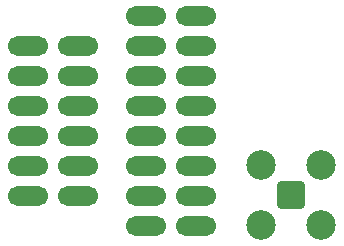
<source format=gbs>
G04 #@! TF.GenerationSoftware,KiCad,Pcbnew,9.0.4-9.0.4-0~ubuntu24.04.1*
G04 #@! TF.CreationDate,2025-08-30T18:29:49-07:00*
G04 #@! TF.ProjectId,2025-pmod-sma,32303235-2d70-46d6-9f64-2d736d612e6b,rev?*
G04 #@! TF.SameCoordinates,Original*
G04 #@! TF.FileFunction,Soldermask,Bot*
G04 #@! TF.FilePolarity,Negative*
%FSLAX46Y46*%
G04 Gerber Fmt 4.6, Leading zero omitted, Abs format (unit mm)*
G04 Created by KiCad (PCBNEW 9.0.4-9.0.4-0~ubuntu24.04.1) date 2025-08-30 18:29:49*
%MOMM*%
%LPD*%
G01*
G04 APERTURE LIST*
G04 Aperture macros list*
%AMRoundRect*
0 Rectangle with rounded corners*
0 $1 Rounding radius*
0 $2 $3 $4 $5 $6 $7 $8 $9 X,Y pos of 4 corners*
0 Add a 4 corners polygon primitive as box body*
4,1,4,$2,$3,$4,$5,$6,$7,$8,$9,$2,$3,0*
0 Add four circle primitives for the rounded corners*
1,1,$1+$1,$2,$3*
1,1,$1+$1,$4,$5*
1,1,$1+$1,$6,$7*
1,1,$1+$1,$8,$9*
0 Add four rect primitives between the rounded corners*
20,1,$1+$1,$2,$3,$4,$5,0*
20,1,$1+$1,$4,$5,$6,$7,0*
20,1,$1+$1,$6,$7,$8,$9,0*
20,1,$1+$1,$8,$9,$2,$3,0*%
G04 Aperture macros list end*
%ADD10RoundRect,0.850000X0.850000X0.000010X-0.850000X0.000010X-0.850000X-0.000010X0.850000X-0.000010X0*%
%ADD11RoundRect,0.200100X0.949900X0.949900X-0.949900X0.949900X-0.949900X-0.949900X0.949900X-0.949900X0*%
%ADD12C,2.500000*%
%ADD13RoundRect,0.850000X-0.850000X-0.000010X0.850000X-0.000010X0.850000X0.000010X-0.850000X0.000010X0*%
G04 APERTURE END LIST*
D10*
G04 #@! TO.C,J1*
X111112500Y-115570000D03*
X111112500Y-118110000D03*
X111112500Y-120650000D03*
X111112500Y-123190000D03*
X111112500Y-125730000D03*
X111112500Y-128270000D03*
X115352500Y-115570000D03*
X115352500Y-118110000D03*
X115352500Y-120650000D03*
X115352500Y-123190000D03*
X115352500Y-125730000D03*
X115352500Y-128270000D03*
G04 #@! TD*
D11*
G04 #@! TO.C,J3*
X133350000Y-128230000D03*
D12*
X135890000Y-130770000D03*
X135890000Y-125690000D03*
X130810000Y-130770000D03*
X130810000Y-125690000D03*
G04 #@! TD*
D13*
G04 #@! TO.C,J2*
X121070000Y-113030000D03*
X121070000Y-115570000D03*
X121070000Y-118110000D03*
X121070000Y-120650000D03*
X121070000Y-123190000D03*
X121070000Y-125730000D03*
X121070000Y-128270000D03*
X121070000Y-130810000D03*
X125310000Y-113030000D03*
X125310000Y-115570000D03*
X125310000Y-118110000D03*
X125310000Y-120650000D03*
X125310000Y-123190000D03*
X125310000Y-125730000D03*
X125310000Y-128270000D03*
X125310000Y-130810000D03*
G04 #@! TD*
M02*

</source>
